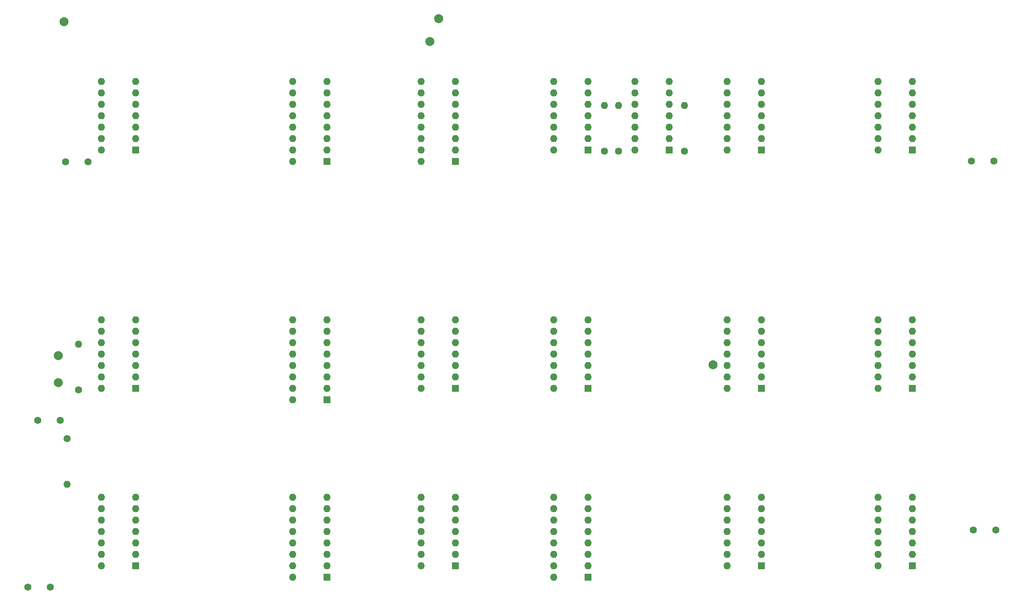
<source format=gbr>
%TF.GenerationSoftware,KiCad,Pcbnew,(5.1.10-1-10_14)*%
%TF.CreationDate,2021-06-22T16:32:21+10:00*%
%TF.ProjectId,256 word memory,32353620-776f-4726-9420-6d656d6f7279,rev?*%
%TF.SameCoordinates,Original*%
%TF.FileFunction,Soldermask,Top*%
%TF.FilePolarity,Negative*%
%FSLAX46Y46*%
G04 Gerber Fmt 4.6, Leading zero omitted, Abs format (unit mm)*
G04 Created by KiCad (PCBNEW (5.1.10-1-10_14)) date 2021-06-22 16:32:21*
%MOMM*%
%LPD*%
G01*
G04 APERTURE LIST*
%ADD10C,1.600000*%
%ADD11C,2.000000*%
%ADD12O,1.600000X1.600000*%
%ADD13R,1.600000X1.600000*%
G04 APERTURE END LIST*
D10*
%TO.C,C5*%
X236203500Y-142303500D03*
X231203500Y-142303500D03*
%TD*%
%TO.C,C4*%
X21162000Y-154940000D03*
X26162000Y-154940000D03*
%TD*%
%TO.C,C3*%
X23321000Y-117856000D03*
X28321000Y-117856000D03*
%TD*%
%TO.C,C2*%
X235759000Y-60198000D03*
X230759000Y-60198000D03*
%TD*%
%TO.C,C1*%
X29527500Y-60388500D03*
X34527500Y-60388500D03*
%TD*%
D11*
%TO.C,J8*%
X112395000Y-28575000D03*
%TD*%
%TO.C,J7*%
X110490000Y-33655000D03*
%TD*%
%TO.C,J6*%
X29210000Y-29210000D03*
%TD*%
%TO.C,J5*%
X27940000Y-109460000D03*
%TD*%
%TO.C,J4*%
X27940000Y-103505000D03*
%TD*%
%TO.C,J3*%
X173355000Y-105500000D03*
%TD*%
D12*
%TO.C,U17*%
X176500000Y-150240000D03*
X184120000Y-135000000D03*
X176500000Y-147700000D03*
X184120000Y-137540000D03*
X176500000Y-145160000D03*
X184120000Y-140080000D03*
X176500000Y-142620000D03*
X184120000Y-142620000D03*
X176500000Y-140080000D03*
X184120000Y-145160000D03*
X176500000Y-137540000D03*
X184120000Y-147700000D03*
X176500000Y-135000000D03*
D13*
X184120000Y-150240000D03*
%TD*%
D12*
%TO.C,U6*%
X210000000Y-57740000D03*
X217620000Y-42500000D03*
X210000000Y-55200000D03*
X217620000Y-45040000D03*
X210000000Y-52660000D03*
X217620000Y-47580000D03*
X210000000Y-50120000D03*
X217620000Y-50120000D03*
X210000000Y-47580000D03*
X217620000Y-52660000D03*
X210000000Y-45040000D03*
X217620000Y-55200000D03*
X210000000Y-42500000D03*
D13*
X217620000Y-57740000D03*
%TD*%
D12*
%TO.C,U5*%
X176500000Y-57740000D03*
X184120000Y-42500000D03*
X176500000Y-55200000D03*
X184120000Y-45040000D03*
X176500000Y-52660000D03*
X184120000Y-47580000D03*
X176500000Y-50120000D03*
X184120000Y-50120000D03*
X176500000Y-47580000D03*
X184120000Y-52660000D03*
X176500000Y-45040000D03*
X184120000Y-55200000D03*
X176500000Y-42500000D03*
D13*
X184120000Y-57740000D03*
%TD*%
D12*
%TO.C,U10*%
X138000000Y-110740000D03*
X145620000Y-95500000D03*
X138000000Y-108200000D03*
X145620000Y-98040000D03*
X138000000Y-105660000D03*
X145620000Y-100580000D03*
X138000000Y-103120000D03*
X145620000Y-103120000D03*
X138000000Y-100580000D03*
X145620000Y-105660000D03*
X138000000Y-98040000D03*
X145620000Y-108200000D03*
X138000000Y-95500000D03*
D13*
X145620000Y-110740000D03*
%TD*%
D12*
%TO.C,U18*%
X210000000Y-150240000D03*
X217620000Y-135000000D03*
X210000000Y-147700000D03*
X217620000Y-137540000D03*
X210000000Y-145160000D03*
X217620000Y-140080000D03*
X210000000Y-142620000D03*
X217620000Y-142620000D03*
X210000000Y-140080000D03*
X217620000Y-145160000D03*
X210000000Y-137540000D03*
X217620000Y-147700000D03*
X210000000Y-135000000D03*
D13*
X217620000Y-150240000D03*
%TD*%
D12*
%TO.C,U12*%
X210000000Y-110740000D03*
X217620000Y-95500000D03*
X210000000Y-108200000D03*
X217620000Y-98040000D03*
X210000000Y-105660000D03*
X217620000Y-100580000D03*
X210000000Y-103120000D03*
X217620000Y-103120000D03*
X210000000Y-100580000D03*
X217620000Y-105660000D03*
X210000000Y-98040000D03*
X217620000Y-108200000D03*
X210000000Y-95500000D03*
D13*
X217620000Y-110740000D03*
%TD*%
D12*
%TO.C,U19*%
X156000000Y-57740000D03*
X163620000Y-42500000D03*
X156000000Y-55200000D03*
X163620000Y-45040000D03*
X156000000Y-52660000D03*
X163620000Y-47580000D03*
X156000000Y-50120000D03*
X163620000Y-50120000D03*
X156000000Y-47580000D03*
X163620000Y-52660000D03*
X156000000Y-45040000D03*
X163620000Y-55200000D03*
X156000000Y-42500000D03*
D13*
X163620000Y-57740000D03*
%TD*%
D12*
%TO.C,R5*%
X152400000Y-47840000D03*
D10*
X152400000Y-58000000D03*
%TD*%
D12*
%TO.C,R4*%
X167000000Y-47840000D03*
D10*
X167000000Y-58000000D03*
%TD*%
D12*
%TO.C,R3*%
X149225000Y-47840000D03*
D10*
X149225000Y-58000000D03*
%TD*%
D12*
%TO.C,U2*%
X80000000Y-60280000D03*
X87620000Y-42500000D03*
X80000000Y-57740000D03*
X87620000Y-45040000D03*
X80000000Y-55200000D03*
X87620000Y-47580000D03*
X80000000Y-52660000D03*
X87620000Y-50120000D03*
X80000000Y-50120000D03*
X87620000Y-52660000D03*
X80000000Y-47580000D03*
X87620000Y-55200000D03*
X80000000Y-45040000D03*
X87620000Y-57740000D03*
X80000000Y-42500000D03*
D13*
X87620000Y-60280000D03*
%TD*%
D12*
%TO.C,U16*%
X138000000Y-152780000D03*
X145620000Y-135000000D03*
X138000000Y-150240000D03*
X145620000Y-137540000D03*
X138000000Y-147700000D03*
X145620000Y-140080000D03*
X138000000Y-145160000D03*
X145620000Y-142620000D03*
X138000000Y-142620000D03*
X145620000Y-145160000D03*
X138000000Y-140080000D03*
X145620000Y-147700000D03*
X138000000Y-137540000D03*
X145620000Y-150240000D03*
X138000000Y-135000000D03*
D13*
X145620000Y-152780000D03*
%TD*%
D12*
%TO.C,U13*%
X37500000Y-150240000D03*
X45120000Y-135000000D03*
X37500000Y-147700000D03*
X45120000Y-137540000D03*
X37500000Y-145160000D03*
X45120000Y-140080000D03*
X37500000Y-142620000D03*
X45120000Y-142620000D03*
X37500000Y-140080000D03*
X45120000Y-145160000D03*
X37500000Y-137540000D03*
X45120000Y-147700000D03*
X37500000Y-135000000D03*
D13*
X45120000Y-150240000D03*
%TD*%
D12*
%TO.C,U7*%
X37500000Y-110740000D03*
X45120000Y-95500000D03*
X37500000Y-108200000D03*
X45120000Y-98040000D03*
X37500000Y-105660000D03*
X45120000Y-100580000D03*
X37500000Y-103120000D03*
X45120000Y-103120000D03*
X37500000Y-100580000D03*
X45120000Y-105660000D03*
X37500000Y-98040000D03*
X45120000Y-108200000D03*
X37500000Y-95500000D03*
D13*
X45120000Y-110740000D03*
%TD*%
D12*
%TO.C,R1*%
X32385000Y-100965000D03*
D10*
X32385000Y-111125000D03*
%TD*%
D12*
%TO.C,R2*%
X29845000Y-132080000D03*
D10*
X29845000Y-121920000D03*
%TD*%
D12*
%TO.C,U1*%
X37500000Y-57740000D03*
X45120000Y-42500000D03*
X37500000Y-55200000D03*
X45120000Y-45040000D03*
X37500000Y-52660000D03*
X45120000Y-47580000D03*
X37500000Y-50120000D03*
X45120000Y-50120000D03*
X37500000Y-47580000D03*
X45120000Y-52660000D03*
X37500000Y-45040000D03*
X45120000Y-55200000D03*
X37500000Y-42500000D03*
D13*
X45120000Y-57740000D03*
%TD*%
D12*
%TO.C,U3*%
X108500000Y-60280000D03*
X116120000Y-42500000D03*
X108500000Y-57740000D03*
X116120000Y-45040000D03*
X108500000Y-55200000D03*
X116120000Y-47580000D03*
X108500000Y-52660000D03*
X116120000Y-50120000D03*
X108500000Y-50120000D03*
X116120000Y-52660000D03*
X108500000Y-47580000D03*
X116120000Y-55200000D03*
X108500000Y-45040000D03*
X116120000Y-57740000D03*
X108500000Y-42500000D03*
D13*
X116120000Y-60280000D03*
%TD*%
D12*
%TO.C,U4*%
X138000000Y-57740000D03*
X145620000Y-42500000D03*
X138000000Y-55200000D03*
X145620000Y-45040000D03*
X138000000Y-52660000D03*
X145620000Y-47580000D03*
X138000000Y-50120000D03*
X145620000Y-50120000D03*
X138000000Y-47580000D03*
X145620000Y-52660000D03*
X138000000Y-45040000D03*
X145620000Y-55200000D03*
X138000000Y-42500000D03*
D13*
X145620000Y-57740000D03*
%TD*%
D12*
%TO.C,U8*%
X80000000Y-113280000D03*
X87620000Y-95500000D03*
X80000000Y-110740000D03*
X87620000Y-98040000D03*
X80000000Y-108200000D03*
X87620000Y-100580000D03*
X80000000Y-105660000D03*
X87620000Y-103120000D03*
X80000000Y-103120000D03*
X87620000Y-105660000D03*
X80000000Y-100580000D03*
X87620000Y-108200000D03*
X80000000Y-98040000D03*
X87620000Y-110740000D03*
X80000000Y-95500000D03*
D13*
X87620000Y-113280000D03*
%TD*%
D12*
%TO.C,U9*%
X108500000Y-110740000D03*
X116120000Y-95500000D03*
X108500000Y-108200000D03*
X116120000Y-98040000D03*
X108500000Y-105660000D03*
X116120000Y-100580000D03*
X108500000Y-103120000D03*
X116120000Y-103120000D03*
X108500000Y-100580000D03*
X116120000Y-105660000D03*
X108500000Y-98040000D03*
X116120000Y-108200000D03*
X108500000Y-95500000D03*
D13*
X116120000Y-110740000D03*
%TD*%
D12*
%TO.C,U11*%
X176500000Y-110740000D03*
X184120000Y-95500000D03*
X176500000Y-108200000D03*
X184120000Y-98040000D03*
X176500000Y-105660000D03*
X184120000Y-100580000D03*
X176500000Y-103120000D03*
X184120000Y-103120000D03*
X176500000Y-100580000D03*
X184120000Y-105660000D03*
X176500000Y-98040000D03*
X184120000Y-108200000D03*
X176500000Y-95500000D03*
D13*
X184120000Y-110740000D03*
%TD*%
D12*
%TO.C,U14*%
X80000000Y-152780000D03*
X87620000Y-135000000D03*
X80000000Y-150240000D03*
X87620000Y-137540000D03*
X80000000Y-147700000D03*
X87620000Y-140080000D03*
X80000000Y-145160000D03*
X87620000Y-142620000D03*
X80000000Y-142620000D03*
X87620000Y-145160000D03*
X80000000Y-140080000D03*
X87620000Y-147700000D03*
X80000000Y-137540000D03*
X87620000Y-150240000D03*
X80000000Y-135000000D03*
D13*
X87620000Y-152780000D03*
%TD*%
D12*
%TO.C,U15*%
X108500000Y-150240000D03*
X116120000Y-135000000D03*
X108500000Y-147700000D03*
X116120000Y-137540000D03*
X108500000Y-145160000D03*
X116120000Y-140080000D03*
X108500000Y-142620000D03*
X116120000Y-142620000D03*
X108500000Y-140080000D03*
X116120000Y-145160000D03*
X108500000Y-137540000D03*
X116120000Y-147700000D03*
X108500000Y-135000000D03*
D13*
X116120000Y-150240000D03*
%TD*%
M02*

</source>
